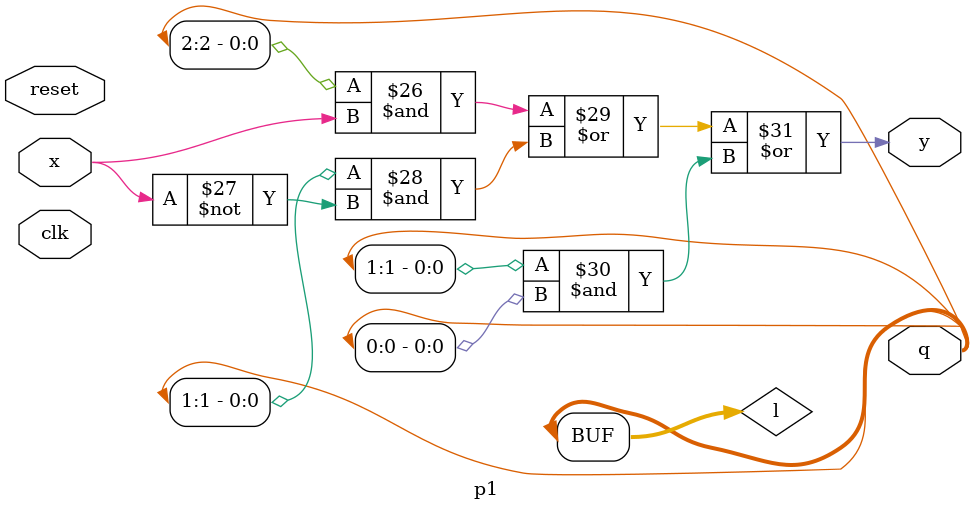
<source format=v>
module d_ff(d,clk,reset,q);
input d,clk,reset;
output reg q;
always@(posedge clk)
begin
if(!reset)
q<=d;
end
always@(posedge reset)
begin
if(reset)
q<=0;
end
endmodule
module p1(clk,x,y,reset,q);
input clk,x,reset;
output y;
output [2:0]q;
wire [2:0]s,l;
assign s[2] = (~q[0] & ~x & q[1]) | (~x & q[2]);
assign s[1] = (~q[2] & ~x & ~q[1] & ~q[0]) | (x & q[0] ) | ( ~x & q[0] );
assign s[0] = (~q[2] & q[1] & ~q[0] ) | (q[1] & q[0] );
d_ff st0(s[2], l[2], clk, reset);
d_ff st1(s[1], l[1], clk, reset);
d_ff st2(s[0], l[0], clk, reset);
assign y = (q[2] & x) | (q[1] & ~x) | (q[1] & q[0]);
assign q=l;
endmodule

</source>
